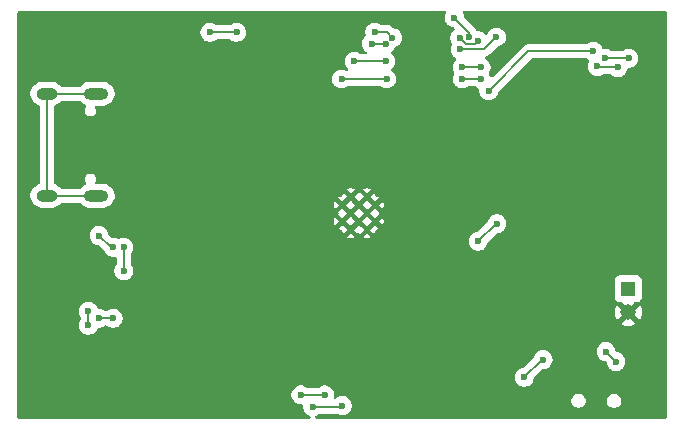
<source format=gbr>
%TF.GenerationSoftware,KiCad,Pcbnew,9.0.6*%
%TF.CreationDate,2025-12-13T17:25:46+11:00*%
%TF.ProjectId,esp32,65737033-322e-46b6-9963-61645f706362,rev?*%
%TF.SameCoordinates,Original*%
%TF.FileFunction,Copper,L2,Bot*%
%TF.FilePolarity,Positive*%
%FSLAX46Y46*%
G04 Gerber Fmt 4.6, Leading zero omitted, Abs format (unit mm)*
G04 Created by KiCad (PCBNEW 9.0.6) date 2025-12-13 17:25:46*
%MOMM*%
%LPD*%
G01*
G04 APERTURE LIST*
%TA.AperFunction,ComponentPad*%
%ADD10R,1.308000X1.308000*%
%TD*%
%TA.AperFunction,ComponentPad*%
%ADD11C,1.308000*%
%TD*%
%TA.AperFunction,ComponentPad*%
%ADD12C,0.400000*%
%TD*%
%TA.AperFunction,ComponentPad*%
%ADD13O,2.100000X1.000000*%
%TD*%
%TA.AperFunction,ComponentPad*%
%ADD14O,1.800000X1.000000*%
%TD*%
%TA.AperFunction,ViaPad*%
%ADD15C,0.600000*%
%TD*%
%TA.AperFunction,Conductor*%
%ADD16C,0.200000*%
%TD*%
G04 APERTURE END LIST*
D10*
%TO.P,J2,1,1*%
%TO.N,VBAT*%
X124712500Y-48500000D03*
D11*
%TO.P,J2,2,2*%
%TO.N,GND*%
X124712500Y-50500000D03*
%TD*%
D12*
%TO.P,U3,41_10*%
%TO.N,GND*%
X102600000Y-43500000D03*
%TO.P,U3,41_11*%
X101200000Y-43500000D03*
%TO.P,U3,41_12*%
X103300000Y-42800000D03*
%TO.P,U3,41_13*%
X101900000Y-42800000D03*
%TO.P,U3,41_14*%
X100500000Y-42800000D03*
%TO.P,U3,41_15*%
X102600000Y-42100000D03*
%TO.P,U3,41_16*%
X101200000Y-42100000D03*
%TO.P,U3,41_17*%
X103300000Y-41400000D03*
%TO.P,U3,41_18*%
X101900000Y-41400000D03*
%TO.P,U3,41_19*%
X100500000Y-41400000D03*
%TO.P,U3,41_20*%
X102600000Y-40700000D03*
%TO.P,U3,41_21*%
X101200000Y-40700000D03*
%TD*%
D13*
%TO.P,J1,SH1,SHELL_GND*%
%TO.N,SHELL_GND*%
X79680000Y-32002500D03*
%TO.P,J1,SH2,SHELL_GND*%
X79680000Y-40642500D03*
D14*
%TO.P,J1,SH3,SHELL_GND*%
X75500000Y-32002500D03*
%TO.P,J1,SH4,SHELL_GND*%
X75500000Y-40642500D03*
%TD*%
D15*
%TO.N,Net-(U1-VCC)*%
X81100000Y-51000000D03*
X82000000Y-45000000D03*
X79900000Y-51000000D03*
X82000000Y-47000000D03*
%TO.N,Net-(U1-BAT)*%
X79000000Y-51600000D03*
X79000000Y-50400000D03*
%TO.N,VBAT*%
X98000000Y-58500000D03*
X117500000Y-54500000D03*
X100500000Y-58400000D03*
X115900000Y-56000000D03*
%TO.N,+3.3V*%
X121750000Y-28400000D03*
X112900000Y-31750000D03*
%TO.N,Net-(U2-VOUT)*%
X97000000Y-57500000D03*
X99000000Y-57500000D03*
%TO.N,PWR_IN*%
X122825735Y-53825735D03*
X123674265Y-54674265D03*
%TO.N,Net-(U3-EN)*%
X112000000Y-44500000D03*
X113600000Y-43000000D03*
%TO.N,GND*%
X81500000Y-33000000D03*
X96900000Y-56000000D03*
X81479485Y-40020515D03*
X98100000Y-56000000D03*
X76500000Y-53000000D03*
%TO.N,SD_D0*%
X104250000Y-30750000D03*
X110650000Y-30750000D03*
X100435000Y-30750000D03*
X112251000Y-30750000D03*
%TO.N,SD_CS*%
X124751243Y-28994534D03*
X122750000Y-29000000D03*
%TO.N,SD_CMD*%
X102975000Y-27750000D03*
X123823897Y-29774632D03*
X110500000Y-28250000D03*
X113549265Y-27200735D03*
X104184313Y-27815687D03*
X122093186Y-29688844D03*
%TO.N,SD_CLK*%
X112251000Y-29750000D03*
X104175000Y-29250000D03*
X110650000Y-29750000D03*
X101500000Y-29250000D03*
%TO.N,Net-(U1-~{STDBY})*%
X79900000Y-44000000D03*
X81100000Y-45000000D03*
%TO.N,USB_D+*%
X111250000Y-27176000D03*
X110000000Y-25575000D03*
%TO.N,USB_D-*%
X104750000Y-27250000D03*
X112000000Y-27500000D03*
X103250000Y-26775000D03*
X110453863Y-27254552D03*
X89292185Y-26792185D03*
X91549265Y-26799265D03*
%TD*%
D16*
%TO.N,Net-(U1-VCC)*%
X79900000Y-51000000D02*
X81100000Y-51000000D01*
X82000000Y-47000000D02*
X82000000Y-45000000D01*
%TO.N,Net-(U1-BAT)*%
X79000000Y-50400000D02*
X79000000Y-51600000D01*
%TO.N,VBAT*%
X100400000Y-58500000D02*
X100500000Y-58400000D01*
X98000000Y-58500000D02*
X100400000Y-58500000D01*
X117400000Y-54500000D02*
X117500000Y-54500000D01*
X115900000Y-56000000D02*
X117400000Y-54500000D01*
%TO.N,+3.3V*%
X112900000Y-31750000D02*
X116250000Y-28400000D01*
X116250000Y-28400000D02*
X121750000Y-28400000D01*
%TO.N,Net-(U2-VOUT)*%
X99000000Y-57500000D02*
X97000000Y-57500000D01*
%TO.N,PWR_IN*%
X123674265Y-54674265D02*
X122825735Y-53825735D01*
%TO.N,Net-(U3-EN)*%
X112000000Y-44500000D02*
X113500000Y-43000000D01*
X113500000Y-43000000D02*
X113600000Y-43000000D01*
%TO.N,GND*%
X81500000Y-33000000D02*
X81500000Y-40000000D01*
X96900000Y-56000000D02*
X98100000Y-56000000D01*
X81500000Y-40000000D02*
X81479485Y-40020515D01*
%TO.N,SHELL_GND*%
X75500000Y-40642500D02*
X79680000Y-40642500D01*
X79680000Y-32002500D02*
X75500000Y-32002500D01*
X75500000Y-32002500D02*
X75500000Y-40642500D01*
%TO.N,SD_D0*%
X110650000Y-30750000D02*
X112251000Y-30750000D01*
X100435000Y-30750000D02*
X104250000Y-30750000D01*
%TO.N,SD_CS*%
X124745777Y-29000000D02*
X124751243Y-28994534D01*
X122750000Y-29000000D02*
X124745777Y-29000000D01*
%TO.N,SD_CMD*%
X122105077Y-29700735D02*
X123750000Y-29700735D01*
X104118626Y-27750000D02*
X104184313Y-27815687D01*
X123750000Y-29700735D02*
X123823897Y-29774632D01*
X112500000Y-28250000D02*
X113549265Y-27200735D01*
X110500000Y-28250000D02*
X112500000Y-28250000D01*
X122093186Y-29688844D02*
X122105077Y-29700735D01*
X102975000Y-27750000D02*
X104118626Y-27750000D01*
%TO.N,SD_CLK*%
X101500000Y-29250000D02*
X104175000Y-29250000D01*
X110650000Y-29750000D02*
X112251000Y-29750000D01*
%TO.N,Net-(U1-~{STDBY})*%
X80900000Y-45000000D02*
X79900000Y-44000000D01*
X81100000Y-45000000D02*
X80900000Y-45000000D01*
%TO.N,USB_D+*%
X111250000Y-27176000D02*
X111250000Y-26825000D01*
X111250000Y-26825000D02*
X110000000Y-25575000D01*
%TO.N,USB_D-*%
X89299265Y-26799265D02*
X91549265Y-26799265D01*
X104275000Y-26775000D02*
X104750000Y-27250000D01*
X103250000Y-26775000D02*
X104275000Y-26775000D01*
X111723000Y-27777000D02*
X110976311Y-27777000D01*
X110976311Y-27777000D02*
X110453863Y-27254552D01*
X112000000Y-27500000D02*
X111723000Y-27777000D01*
X89292185Y-26792185D02*
X89299265Y-26799265D01*
%TD*%
%TA.AperFunction,Conductor*%
%TO.N,GND*%
G36*
X109198878Y-25003363D02*
G01*
X109208962Y-25002097D01*
X109231837Y-25013041D01*
X109256166Y-25020185D01*
X109262820Y-25027864D01*
X109271989Y-25032251D01*
X109285317Y-25053827D01*
X109301921Y-25072989D01*
X109303367Y-25083046D01*
X109308709Y-25091694D01*
X109308256Y-25117050D01*
X109311865Y-25142147D01*
X109307610Y-25153250D01*
X109307462Y-25161553D01*
X109292229Y-25193391D01*
X109290609Y-25195814D01*
X109290602Y-25195827D01*
X109230264Y-25341498D01*
X109230261Y-25341510D01*
X109199500Y-25496153D01*
X109199500Y-25653846D01*
X109230261Y-25808489D01*
X109230264Y-25808501D01*
X109290602Y-25954172D01*
X109290609Y-25954185D01*
X109378210Y-26085288D01*
X109378213Y-26085292D01*
X109489707Y-26196786D01*
X109489711Y-26196789D01*
X109620814Y-26284390D01*
X109620827Y-26284397D01*
X109766498Y-26344735D01*
X109766503Y-26344737D01*
X109831147Y-26357595D01*
X109921849Y-26375638D01*
X109938605Y-26384402D01*
X109957085Y-26388423D01*
X109982123Y-26407167D01*
X109983760Y-26408023D01*
X109985339Y-26409574D01*
X109995562Y-26419797D01*
X110029047Y-26481120D01*
X110024063Y-26550812D01*
X109982191Y-26606745D01*
X109976773Y-26610580D01*
X109943570Y-26632765D01*
X109832076Y-26744259D01*
X109832073Y-26744263D01*
X109744472Y-26875366D01*
X109744465Y-26875379D01*
X109684127Y-27021050D01*
X109684124Y-27021062D01*
X109653363Y-27175705D01*
X109653363Y-27333398D01*
X109684124Y-27488041D01*
X109684127Y-27488053D01*
X109744465Y-27633724D01*
X109744475Y-27633742D01*
X109800714Y-27717910D01*
X109821592Y-27784587D01*
X109803107Y-27851967D01*
X109800718Y-27855685D01*
X109790611Y-27870812D01*
X109790602Y-27870828D01*
X109730264Y-28016498D01*
X109730261Y-28016510D01*
X109699500Y-28171153D01*
X109699500Y-28328846D01*
X109730261Y-28483489D01*
X109730264Y-28483501D01*
X109790602Y-28629172D01*
X109790609Y-28629185D01*
X109878210Y-28760288D01*
X109878213Y-28760292D01*
X109989707Y-28871786D01*
X109989711Y-28871789D01*
X110107712Y-28950635D01*
X110152517Y-29004247D01*
X110161224Y-29073572D01*
X110131070Y-29136599D01*
X110126503Y-29141418D01*
X110028210Y-29239711D01*
X109940609Y-29370814D01*
X109940602Y-29370827D01*
X109880264Y-29516498D01*
X109880261Y-29516510D01*
X109849500Y-29671153D01*
X109849500Y-29828846D01*
X109880261Y-29983489D01*
X109880264Y-29983501D01*
X109940602Y-30129172D01*
X109940609Y-30129185D01*
X109975304Y-30181109D01*
X109996182Y-30247786D01*
X109977698Y-30315167D01*
X109975304Y-30318891D01*
X109940609Y-30370814D01*
X109940602Y-30370827D01*
X109880264Y-30516498D01*
X109880261Y-30516510D01*
X109849500Y-30671153D01*
X109849500Y-30828846D01*
X109880261Y-30983489D01*
X109880264Y-30983501D01*
X109940602Y-31129172D01*
X109940609Y-31129185D01*
X110028210Y-31260288D01*
X110028213Y-31260292D01*
X110139707Y-31371786D01*
X110139711Y-31371789D01*
X110270814Y-31459390D01*
X110270827Y-31459397D01*
X110416498Y-31519735D01*
X110416503Y-31519737D01*
X110524349Y-31541189D01*
X110571153Y-31550499D01*
X110571156Y-31550500D01*
X110571158Y-31550500D01*
X110728844Y-31550500D01*
X110728845Y-31550499D01*
X110883497Y-31519737D01*
X111029179Y-31459394D01*
X111029185Y-31459390D01*
X111160875Y-31371398D01*
X111227553Y-31350520D01*
X111229766Y-31350500D01*
X111671234Y-31350500D01*
X111738273Y-31370185D01*
X111740125Y-31371398D01*
X111871814Y-31459390D01*
X111871827Y-31459397D01*
X111984554Y-31506089D01*
X112017498Y-31519735D01*
X112023131Y-31522068D01*
X112022480Y-31523639D01*
X112074120Y-31557472D01*
X112102584Y-31621281D01*
X112101314Y-31662034D01*
X112099500Y-31671153D01*
X112099500Y-31828846D01*
X112130261Y-31983489D01*
X112130264Y-31983501D01*
X112190602Y-32129172D01*
X112190609Y-32129185D01*
X112278210Y-32260288D01*
X112278213Y-32260292D01*
X112389707Y-32371786D01*
X112389711Y-32371789D01*
X112520814Y-32459390D01*
X112520827Y-32459397D01*
X112666498Y-32519735D01*
X112666503Y-32519737D01*
X112821153Y-32550499D01*
X112821156Y-32550500D01*
X112821158Y-32550500D01*
X112978844Y-32550500D01*
X112978845Y-32550499D01*
X113133497Y-32519737D01*
X113279179Y-32459394D01*
X113410289Y-32371789D01*
X113521789Y-32260289D01*
X113609394Y-32129179D01*
X113669737Y-31983497D01*
X113689113Y-31886085D01*
X113700638Y-31828150D01*
X113733023Y-31766239D01*
X113734518Y-31764716D01*
X116462416Y-29036819D01*
X116523739Y-29003334D01*
X116550097Y-29000500D01*
X121170234Y-29000500D01*
X121188377Y-29005827D01*
X121207286Y-29006165D01*
X121235501Y-29019664D01*
X121237273Y-29020185D01*
X121239124Y-29021398D01*
X121369198Y-29108310D01*
X121414004Y-29161922D01*
X121422711Y-29231247D01*
X121403411Y-29280302D01*
X121383794Y-29309660D01*
X121383788Y-29309671D01*
X121323450Y-29455342D01*
X121323447Y-29455354D01*
X121292686Y-29609997D01*
X121292686Y-29767690D01*
X121323447Y-29922333D01*
X121323450Y-29922345D01*
X121383788Y-30068016D01*
X121383795Y-30068029D01*
X121471396Y-30199132D01*
X121471399Y-30199136D01*
X121582893Y-30310630D01*
X121582897Y-30310633D01*
X121714000Y-30398234D01*
X121714013Y-30398241D01*
X121859684Y-30458579D01*
X121859689Y-30458581D01*
X121987589Y-30484022D01*
X122014339Y-30489343D01*
X122014342Y-30489344D01*
X122014344Y-30489344D01*
X122172030Y-30489344D01*
X122172031Y-30489343D01*
X122326683Y-30458581D01*
X122472365Y-30398238D01*
X122475089Y-30396418D01*
X122586265Y-30322133D01*
X122652943Y-30301255D01*
X122655156Y-30301235D01*
X123167060Y-30301235D01*
X123234099Y-30320920D01*
X123254736Y-30337549D01*
X123288001Y-30370814D01*
X123313609Y-30396422D01*
X123444711Y-30484022D01*
X123444724Y-30484029D01*
X123590395Y-30544367D01*
X123590400Y-30544369D01*
X123731351Y-30572406D01*
X123745050Y-30575131D01*
X123745053Y-30575132D01*
X123745055Y-30575132D01*
X123902741Y-30575132D01*
X123902742Y-30575131D01*
X124057394Y-30544369D01*
X124203076Y-30484026D01*
X124334186Y-30396421D01*
X124445686Y-30284921D01*
X124533291Y-30153811D01*
X124593634Y-30008129D01*
X124606331Y-29944297D01*
X124616169Y-29894842D01*
X124648554Y-29832931D01*
X124709270Y-29798357D01*
X124737786Y-29795034D01*
X124830087Y-29795034D01*
X124830088Y-29795033D01*
X124984740Y-29764271D01*
X125130422Y-29703928D01*
X125261532Y-29616323D01*
X125373032Y-29504823D01*
X125460637Y-29373713D01*
X125461833Y-29370827D01*
X125516142Y-29239711D01*
X125520980Y-29228031D01*
X125551743Y-29073376D01*
X125551743Y-28915692D01*
X125551743Y-28915689D01*
X125551742Y-28915687D01*
X125542819Y-28870827D01*
X125520980Y-28761037D01*
X125512145Y-28739707D01*
X125460640Y-28615361D01*
X125460633Y-28615348D01*
X125373032Y-28484245D01*
X125373029Y-28484241D01*
X125261535Y-28372747D01*
X125261531Y-28372744D01*
X125130428Y-28285143D01*
X125130415Y-28285136D01*
X124984744Y-28224798D01*
X124984732Y-28224795D01*
X124830088Y-28194034D01*
X124830085Y-28194034D01*
X124672401Y-28194034D01*
X124672398Y-28194034D01*
X124517753Y-28224795D01*
X124517741Y-28224798D01*
X124372070Y-28285136D01*
X124372057Y-28285143D01*
X124235889Y-28376129D01*
X124234896Y-28374644D01*
X124178347Y-28398665D01*
X124163985Y-28399500D01*
X123329766Y-28399500D01*
X123262727Y-28379815D01*
X123260875Y-28378602D01*
X123129185Y-28290609D01*
X123129172Y-28290602D01*
X122983501Y-28230264D01*
X122983489Y-28230261D01*
X122828845Y-28199500D01*
X122828842Y-28199500D01*
X122671158Y-28199500D01*
X122643698Y-28204962D01*
X122574106Y-28198733D01*
X122518929Y-28155870D01*
X122504947Y-28130796D01*
X122459397Y-28020827D01*
X122459390Y-28020814D01*
X122371789Y-27889711D01*
X122371786Y-27889707D01*
X122260292Y-27778213D01*
X122260288Y-27778210D01*
X122129185Y-27690609D01*
X122129172Y-27690602D01*
X121983501Y-27630264D01*
X121983489Y-27630261D01*
X121828845Y-27599500D01*
X121828842Y-27599500D01*
X121671158Y-27599500D01*
X121671155Y-27599500D01*
X121516510Y-27630261D01*
X121516498Y-27630264D01*
X121370827Y-27690602D01*
X121370814Y-27690609D01*
X121239125Y-27778602D01*
X121172447Y-27799480D01*
X121170234Y-27799500D01*
X116170941Y-27799500D01*
X116133338Y-27809575D01*
X116133339Y-27809576D01*
X116018214Y-27840423D01*
X116018209Y-27840426D01*
X115881290Y-27919475D01*
X115881282Y-27919481D01*
X113228358Y-30572406D01*
X113167035Y-30605891D01*
X113097343Y-30600907D01*
X113041410Y-30559035D01*
X113022017Y-30520723D01*
X113020735Y-30516498D01*
X112960396Y-30370825D01*
X112960394Y-30370822D01*
X112960394Y-30370821D01*
X112925694Y-30318889D01*
X112904816Y-30252215D01*
X112923300Y-30184835D01*
X112925676Y-30181136D01*
X112960394Y-30129179D01*
X113020737Y-29983497D01*
X113051500Y-29828842D01*
X113051500Y-29671158D01*
X113051500Y-29671155D01*
X113051499Y-29671153D01*
X113043148Y-29629172D01*
X113020737Y-29516503D01*
X113007062Y-29483489D01*
X112960397Y-29370827D01*
X112960390Y-29370814D01*
X112872789Y-29239711D01*
X112872786Y-29239707D01*
X112761292Y-29128213D01*
X112761288Y-29128210D01*
X112640021Y-29047181D01*
X112633639Y-29039544D01*
X112624726Y-29035121D01*
X112611607Y-29013182D01*
X112595216Y-28993568D01*
X112593975Y-28983694D01*
X112588869Y-28975154D01*
X112589694Y-28949604D01*
X112586509Y-28924243D01*
X112590803Y-28915266D01*
X112591125Y-28905321D01*
X112605632Y-28884273D01*
X112616664Y-28861216D01*
X112626186Y-28854453D01*
X112630777Y-28847793D01*
X112647774Y-28839121D01*
X112661069Y-28829680D01*
X112668751Y-28826467D01*
X112731785Y-28809577D01*
X112784435Y-28779179D01*
X112868716Y-28730520D01*
X112980520Y-28618716D01*
X112980520Y-28618714D01*
X112990724Y-28608511D01*
X112990727Y-28608506D01*
X113563930Y-28035305D01*
X113625249Y-28001823D01*
X113627416Y-28001372D01*
X113628105Y-28001235D01*
X113628107Y-28001235D01*
X113782762Y-27970472D01*
X113928444Y-27910129D01*
X114059554Y-27822524D01*
X114171054Y-27711024D01*
X114258659Y-27579914D01*
X114263179Y-27569003D01*
X114284924Y-27516503D01*
X114319002Y-27434232D01*
X114349765Y-27279577D01*
X114349765Y-27121893D01*
X114349765Y-27121890D01*
X114349764Y-27121888D01*
X114332036Y-27032766D01*
X114319002Y-26967238D01*
X114317430Y-26963442D01*
X114258662Y-26821562D01*
X114258655Y-26821549D01*
X114171054Y-26690446D01*
X114171051Y-26690442D01*
X114059557Y-26578948D01*
X114059553Y-26578945D01*
X113928450Y-26491344D01*
X113928437Y-26491337D01*
X113782766Y-26430999D01*
X113782754Y-26430996D01*
X113628110Y-26400235D01*
X113628107Y-26400235D01*
X113470423Y-26400235D01*
X113470420Y-26400235D01*
X113315775Y-26430996D01*
X113315763Y-26430999D01*
X113170092Y-26491337D01*
X113170079Y-26491344D01*
X113038976Y-26578945D01*
X113038972Y-26578948D01*
X112927478Y-26690442D01*
X112927475Y-26690446D01*
X112839874Y-26821549D01*
X112839867Y-26821562D01*
X112797763Y-26923213D01*
X112753922Y-26977617D01*
X112687628Y-26999682D01*
X112619929Y-26982403D01*
X112595521Y-26963442D01*
X112510292Y-26878213D01*
X112510288Y-26878210D01*
X112379185Y-26790609D01*
X112379172Y-26790602D01*
X112233501Y-26730264D01*
X112233489Y-26730261D01*
X112078845Y-26699500D01*
X112078842Y-26699500D01*
X111956941Y-26699500D01*
X111927500Y-26690855D01*
X111897514Y-26684332D01*
X111892498Y-26680577D01*
X111889902Y-26679815D01*
X111869260Y-26663181D01*
X111834290Y-26628211D01*
X111815060Y-26599434D01*
X111813641Y-26600254D01*
X111779203Y-26540606D01*
X111779202Y-26540605D01*
X111779200Y-26540602D01*
X111730520Y-26456284D01*
X111618716Y-26344480D01*
X111618715Y-26344479D01*
X111614385Y-26340149D01*
X111614374Y-26340139D01*
X110834574Y-25560339D01*
X110801089Y-25499016D01*
X110800638Y-25496849D01*
X110769738Y-25341510D01*
X110769737Y-25341503D01*
X110769735Y-25341498D01*
X110709397Y-25195827D01*
X110709390Y-25195814D01*
X110707771Y-25193391D01*
X110707312Y-25191927D01*
X110706521Y-25190446D01*
X110706801Y-25190295D01*
X110686893Y-25126713D01*
X110705378Y-25059333D01*
X110757356Y-25012643D01*
X110810873Y-25000500D01*
X127875500Y-25000500D01*
X127942539Y-25020185D01*
X127988294Y-25072989D01*
X127999500Y-25124500D01*
X127999500Y-59375500D01*
X127979815Y-59442539D01*
X127927011Y-59488294D01*
X127875500Y-59499500D01*
X98302190Y-59499500D01*
X98235151Y-59479815D01*
X98189396Y-59427011D01*
X98179452Y-59357853D01*
X98208477Y-59294297D01*
X98254738Y-59260939D01*
X98379172Y-59209397D01*
X98379172Y-59209396D01*
X98379179Y-59209394D01*
X98392491Y-59200499D01*
X98510875Y-59121398D01*
X98577553Y-59100520D01*
X98579766Y-59100500D01*
X100074684Y-59100500D01*
X100122136Y-59109939D01*
X100149801Y-59121398D01*
X100266503Y-59169737D01*
X100421153Y-59200499D01*
X100421156Y-59200500D01*
X100421158Y-59200500D01*
X100578844Y-59200500D01*
X100578845Y-59200499D01*
X100733497Y-59169737D01*
X100879179Y-59109394D01*
X101010289Y-59021789D01*
X101121789Y-58910289D01*
X101209394Y-58779179D01*
X101269737Y-58633497D01*
X101300500Y-58478842D01*
X101300500Y-58321158D01*
X101300500Y-58321155D01*
X101300499Y-58321153D01*
X101278269Y-58209397D01*
X101269737Y-58166503D01*
X101233515Y-58079055D01*
X101209397Y-58020827D01*
X101209393Y-58020820D01*
X101142658Y-57920943D01*
X119899500Y-57920943D01*
X119899500Y-58079057D01*
X119934425Y-58209397D01*
X119940423Y-58231783D01*
X119940426Y-58231790D01*
X120019475Y-58368709D01*
X120019479Y-58368714D01*
X120019480Y-58368716D01*
X120131284Y-58480520D01*
X120131286Y-58480521D01*
X120131290Y-58480524D01*
X120268209Y-58559573D01*
X120268216Y-58559577D01*
X120420943Y-58600500D01*
X120420945Y-58600500D01*
X120579055Y-58600500D01*
X120579057Y-58600500D01*
X120731784Y-58559577D01*
X120868716Y-58480520D01*
X120980520Y-58368716D01*
X121059577Y-58231784D01*
X121100500Y-58079057D01*
X121100500Y-57920943D01*
X122899500Y-57920943D01*
X122899500Y-58079057D01*
X122934425Y-58209397D01*
X122940423Y-58231783D01*
X122940426Y-58231790D01*
X123019475Y-58368709D01*
X123019479Y-58368714D01*
X123019480Y-58368716D01*
X123131284Y-58480520D01*
X123131286Y-58480521D01*
X123131290Y-58480524D01*
X123268209Y-58559573D01*
X123268216Y-58559577D01*
X123420943Y-58600500D01*
X123420945Y-58600500D01*
X123579055Y-58600500D01*
X123579057Y-58600500D01*
X123731784Y-58559577D01*
X123868716Y-58480520D01*
X123980520Y-58368716D01*
X124059577Y-58231784D01*
X124100500Y-58079057D01*
X124100500Y-57920943D01*
X124059577Y-57768216D01*
X124055664Y-57761438D01*
X123980524Y-57631290D01*
X123980518Y-57631282D01*
X123868717Y-57519481D01*
X123868709Y-57519475D01*
X123731790Y-57440426D01*
X123731786Y-57440424D01*
X123731784Y-57440423D01*
X123579057Y-57399500D01*
X123420943Y-57399500D01*
X123268216Y-57440423D01*
X123268209Y-57440426D01*
X123131290Y-57519475D01*
X123131282Y-57519481D01*
X123019481Y-57631282D01*
X123019475Y-57631290D01*
X122940426Y-57768209D01*
X122940423Y-57768216D01*
X122899500Y-57920943D01*
X121100500Y-57920943D01*
X121059577Y-57768216D01*
X121055664Y-57761438D01*
X120980524Y-57631290D01*
X120980518Y-57631282D01*
X120868717Y-57519481D01*
X120868709Y-57519475D01*
X120731790Y-57440426D01*
X120731786Y-57440424D01*
X120731784Y-57440423D01*
X120579057Y-57399500D01*
X120420943Y-57399500D01*
X120268216Y-57440423D01*
X120268209Y-57440426D01*
X120131290Y-57519475D01*
X120131282Y-57519481D01*
X120019481Y-57631282D01*
X120019475Y-57631290D01*
X119940426Y-57768209D01*
X119940423Y-57768216D01*
X119899500Y-57920943D01*
X101142658Y-57920943D01*
X101128330Y-57899500D01*
X101121789Y-57889710D01*
X101010292Y-57778213D01*
X101010288Y-57778210D01*
X100879185Y-57690609D01*
X100879172Y-57690602D01*
X100733501Y-57630264D01*
X100733489Y-57630261D01*
X100578845Y-57599500D01*
X100578842Y-57599500D01*
X100421158Y-57599500D01*
X100421155Y-57599500D01*
X100266510Y-57630261D01*
X100266498Y-57630264D01*
X100120827Y-57690602D01*
X100120814Y-57690609D01*
X99989711Y-57778210D01*
X99985001Y-57782076D01*
X99983413Y-57780141D01*
X99931674Y-57808359D01*
X99861985Y-57803338D01*
X99806073Y-57761438D01*
X99781690Y-57695960D01*
X99783761Y-57662990D01*
X99800500Y-57578842D01*
X99800500Y-57421158D01*
X99800500Y-57421155D01*
X99800499Y-57421153D01*
X99769738Y-57266510D01*
X99769737Y-57266503D01*
X99769735Y-57266498D01*
X99709397Y-57120827D01*
X99709390Y-57120814D01*
X99621789Y-56989711D01*
X99621786Y-56989707D01*
X99510292Y-56878213D01*
X99510288Y-56878210D01*
X99379185Y-56790609D01*
X99379172Y-56790602D01*
X99233501Y-56730264D01*
X99233489Y-56730261D01*
X99078845Y-56699500D01*
X99078842Y-56699500D01*
X98921158Y-56699500D01*
X98921155Y-56699500D01*
X98766510Y-56730261D01*
X98766498Y-56730264D01*
X98620827Y-56790602D01*
X98620814Y-56790609D01*
X98489125Y-56878602D01*
X98422447Y-56899480D01*
X98420234Y-56899500D01*
X97579766Y-56899500D01*
X97512727Y-56879815D01*
X97510875Y-56878602D01*
X97379185Y-56790609D01*
X97379172Y-56790602D01*
X97233501Y-56730264D01*
X97233489Y-56730261D01*
X97078845Y-56699500D01*
X97078842Y-56699500D01*
X96921158Y-56699500D01*
X96921155Y-56699500D01*
X96766510Y-56730261D01*
X96766498Y-56730264D01*
X96620827Y-56790602D01*
X96620814Y-56790609D01*
X96489711Y-56878210D01*
X96489707Y-56878213D01*
X96378213Y-56989707D01*
X96378210Y-56989711D01*
X96290609Y-57120814D01*
X96290602Y-57120827D01*
X96230264Y-57266498D01*
X96230261Y-57266510D01*
X96199500Y-57421153D01*
X96199500Y-57578846D01*
X96230261Y-57733489D01*
X96230264Y-57733501D01*
X96290602Y-57879172D01*
X96290609Y-57879185D01*
X96378210Y-58010288D01*
X96378213Y-58010292D01*
X96489707Y-58121786D01*
X96489711Y-58121789D01*
X96620814Y-58209390D01*
X96620827Y-58209397D01*
X96766498Y-58269735D01*
X96766503Y-58269737D01*
X96921153Y-58300499D01*
X96921156Y-58300500D01*
X97075500Y-58300500D01*
X97142539Y-58320185D01*
X97188294Y-58372989D01*
X97199500Y-58424500D01*
X97199500Y-58578846D01*
X97230261Y-58733489D01*
X97230264Y-58733501D01*
X97290602Y-58879172D01*
X97290609Y-58879185D01*
X97378210Y-59010288D01*
X97378213Y-59010292D01*
X97489707Y-59121786D01*
X97489711Y-59121789D01*
X97620814Y-59209390D01*
X97620827Y-59209397D01*
X97745262Y-59260939D01*
X97799666Y-59304779D01*
X97821731Y-59371074D01*
X97804452Y-59438773D01*
X97753315Y-59486384D01*
X97697810Y-59499500D01*
X73124500Y-59499500D01*
X73057461Y-59479815D01*
X73011706Y-59427011D01*
X73000500Y-59375500D01*
X73000500Y-55921153D01*
X115099500Y-55921153D01*
X115099500Y-56078846D01*
X115130261Y-56233489D01*
X115130264Y-56233501D01*
X115190602Y-56379172D01*
X115190609Y-56379185D01*
X115278210Y-56510288D01*
X115278213Y-56510292D01*
X115389707Y-56621786D01*
X115389711Y-56621789D01*
X115520814Y-56709390D01*
X115520827Y-56709397D01*
X115666498Y-56769735D01*
X115666503Y-56769737D01*
X115821153Y-56800499D01*
X115821156Y-56800500D01*
X115821158Y-56800500D01*
X115978844Y-56800500D01*
X115978845Y-56800499D01*
X116133497Y-56769737D01*
X116279179Y-56709394D01*
X116410289Y-56621789D01*
X116521789Y-56510289D01*
X116609394Y-56379179D01*
X116669737Y-56233497D01*
X116689113Y-56136085D01*
X116700638Y-56078150D01*
X116733023Y-56016239D01*
X116734518Y-56014716D01*
X117412416Y-55336819D01*
X117473739Y-55303334D01*
X117500097Y-55300500D01*
X117578844Y-55300500D01*
X117578845Y-55300499D01*
X117733497Y-55269737D01*
X117879179Y-55209394D01*
X118010289Y-55121789D01*
X118121789Y-55010289D01*
X118209394Y-54879179D01*
X118269737Y-54733497D01*
X118300500Y-54578842D01*
X118300500Y-54421158D01*
X118300500Y-54421155D01*
X118300499Y-54421153D01*
X118283566Y-54336027D01*
X118269737Y-54266503D01*
X118244226Y-54204914D01*
X118209397Y-54120827D01*
X118209390Y-54120814D01*
X118121789Y-53989711D01*
X118121786Y-53989707D01*
X118010292Y-53878213D01*
X118010288Y-53878210D01*
X117958944Y-53843903D01*
X117879185Y-53790609D01*
X117879172Y-53790602D01*
X117773635Y-53746888D01*
X122025235Y-53746888D01*
X122025235Y-53904581D01*
X122055996Y-54059224D01*
X122055999Y-54059236D01*
X122116337Y-54204907D01*
X122116344Y-54204920D01*
X122203945Y-54336023D01*
X122203948Y-54336027D01*
X122315442Y-54447521D01*
X122315446Y-54447524D01*
X122446549Y-54535125D01*
X122446562Y-54535132D01*
X122592112Y-54595420D01*
X122592238Y-54595472D01*
X122656882Y-54608330D01*
X122747584Y-54626373D01*
X122764340Y-54635137D01*
X122782820Y-54639158D01*
X122807858Y-54657902D01*
X122809495Y-54658758D01*
X122811074Y-54660309D01*
X122839690Y-54688925D01*
X122873175Y-54750248D01*
X122873626Y-54752414D01*
X122904526Y-54907756D01*
X122904529Y-54907766D01*
X122964867Y-55053437D01*
X122964874Y-55053450D01*
X123052475Y-55184553D01*
X123052478Y-55184557D01*
X123163972Y-55296051D01*
X123163976Y-55296054D01*
X123295079Y-55383655D01*
X123295092Y-55383662D01*
X123440763Y-55444000D01*
X123440768Y-55444002D01*
X123595418Y-55474764D01*
X123595421Y-55474765D01*
X123595423Y-55474765D01*
X123753109Y-55474765D01*
X123753110Y-55474764D01*
X123907762Y-55444002D01*
X124053444Y-55383659D01*
X124184554Y-55296054D01*
X124296054Y-55184554D01*
X124383659Y-55053444D01*
X124444002Y-54907762D01*
X124474765Y-54753107D01*
X124474765Y-54595423D01*
X124474765Y-54595420D01*
X124474764Y-54595418D01*
X124462771Y-54535125D01*
X124444002Y-54440768D01*
X124410104Y-54358930D01*
X124383662Y-54295092D01*
X124383655Y-54295079D01*
X124296054Y-54163976D01*
X124296051Y-54163972D01*
X124184557Y-54052478D01*
X124184553Y-54052475D01*
X124053450Y-53964874D01*
X124053437Y-53964867D01*
X123907766Y-53904529D01*
X123907756Y-53904526D01*
X123752416Y-53873627D01*
X123735659Y-53864861D01*
X123717181Y-53860842D01*
X123692142Y-53842097D01*
X123690506Y-53841242D01*
X123688927Y-53839691D01*
X123660308Y-53811072D01*
X123626823Y-53749749D01*
X123626372Y-53747582D01*
X123595473Y-53592245D01*
X123595472Y-53592238D01*
X123595470Y-53592233D01*
X123535132Y-53446562D01*
X123535125Y-53446549D01*
X123447524Y-53315446D01*
X123447521Y-53315442D01*
X123336027Y-53203948D01*
X123336023Y-53203945D01*
X123204920Y-53116344D01*
X123204907Y-53116337D01*
X123059236Y-53055999D01*
X123059224Y-53055996D01*
X122904580Y-53025235D01*
X122904577Y-53025235D01*
X122746893Y-53025235D01*
X122746890Y-53025235D01*
X122592245Y-53055996D01*
X122592233Y-53055999D01*
X122446562Y-53116337D01*
X122446549Y-53116344D01*
X122315446Y-53203945D01*
X122315442Y-53203948D01*
X122203948Y-53315442D01*
X122203945Y-53315446D01*
X122116344Y-53446549D01*
X122116337Y-53446562D01*
X122055999Y-53592233D01*
X122055996Y-53592245D01*
X122025235Y-53746888D01*
X117773635Y-53746888D01*
X117733501Y-53730264D01*
X117733489Y-53730261D01*
X117578845Y-53699500D01*
X117578842Y-53699500D01*
X117421158Y-53699500D01*
X117421155Y-53699500D01*
X117266510Y-53730261D01*
X117266498Y-53730264D01*
X117120827Y-53790602D01*
X117120814Y-53790609D01*
X116989711Y-53878210D01*
X116989707Y-53878213D01*
X116878213Y-53989707D01*
X116878210Y-53989711D01*
X116790609Y-54120814D01*
X116790602Y-54120827D01*
X116730263Y-54266500D01*
X116730261Y-54266507D01*
X116724192Y-54297019D01*
X116691806Y-54358930D01*
X116690256Y-54360507D01*
X115885339Y-55165425D01*
X115824016Y-55198910D01*
X115821850Y-55199361D01*
X115666508Y-55230261D01*
X115666498Y-55230264D01*
X115520827Y-55290602D01*
X115520814Y-55290609D01*
X115389711Y-55378210D01*
X115389707Y-55378213D01*
X115278213Y-55489707D01*
X115278210Y-55489711D01*
X115190609Y-55620814D01*
X115190602Y-55620827D01*
X115130264Y-55766498D01*
X115130261Y-55766510D01*
X115099500Y-55921153D01*
X73000500Y-55921153D01*
X73000500Y-50321153D01*
X78199500Y-50321153D01*
X78199500Y-50478846D01*
X78230261Y-50633489D01*
X78230264Y-50633501D01*
X78290602Y-50779172D01*
X78290609Y-50779185D01*
X78378602Y-50910874D01*
X78384252Y-50928920D01*
X78394477Y-50944830D01*
X78398928Y-50975789D01*
X78399480Y-50977551D01*
X78399500Y-50979765D01*
X78399500Y-51020234D01*
X78379815Y-51087273D01*
X78378602Y-51089125D01*
X78290609Y-51220814D01*
X78290602Y-51220827D01*
X78230264Y-51366498D01*
X78230261Y-51366510D01*
X78199500Y-51521153D01*
X78199500Y-51678846D01*
X78230261Y-51833489D01*
X78230264Y-51833501D01*
X78290602Y-51979172D01*
X78290609Y-51979185D01*
X78378210Y-52110288D01*
X78378213Y-52110292D01*
X78489707Y-52221786D01*
X78489711Y-52221789D01*
X78620814Y-52309390D01*
X78620827Y-52309397D01*
X78766498Y-52369735D01*
X78766503Y-52369737D01*
X78921153Y-52400499D01*
X78921156Y-52400500D01*
X78921158Y-52400500D01*
X79078844Y-52400500D01*
X79078845Y-52400499D01*
X79233497Y-52369737D01*
X79379179Y-52309394D01*
X79510289Y-52221789D01*
X79621789Y-52110289D01*
X79709394Y-51979179D01*
X79751698Y-51877048D01*
X79795538Y-51822644D01*
X79861833Y-51800579D01*
X79866259Y-51800500D01*
X79978844Y-51800500D01*
X79978845Y-51800499D01*
X80133497Y-51769737D01*
X80279179Y-51709394D01*
X80279185Y-51709390D01*
X80410875Y-51621398D01*
X80428921Y-51615747D01*
X80444831Y-51605523D01*
X80475792Y-51601071D01*
X80477553Y-51600520D01*
X80479766Y-51600500D01*
X80520234Y-51600500D01*
X80587273Y-51620185D01*
X80589125Y-51621398D01*
X80720814Y-51709390D01*
X80720827Y-51709397D01*
X80866498Y-51769735D01*
X80866503Y-51769737D01*
X80978004Y-51791916D01*
X81021153Y-51800499D01*
X81021156Y-51800500D01*
X81021158Y-51800500D01*
X81178844Y-51800500D01*
X81178845Y-51800499D01*
X81333497Y-51769737D01*
X81479179Y-51709394D01*
X81610289Y-51621789D01*
X81721789Y-51510289D01*
X81809394Y-51379179D01*
X81869737Y-51233497D01*
X81900500Y-51078842D01*
X81900500Y-50921158D01*
X81900500Y-50921155D01*
X81900499Y-50921153D01*
X81890869Y-50872741D01*
X81869737Y-50766503D01*
X81861081Y-50745606D01*
X81809397Y-50620827D01*
X81809390Y-50620814D01*
X81721789Y-50489711D01*
X81721786Y-50489707D01*
X81610292Y-50378213D01*
X81610288Y-50378210D01*
X81479185Y-50290609D01*
X81479172Y-50290602D01*
X81333501Y-50230264D01*
X81333489Y-50230261D01*
X81178845Y-50199500D01*
X81178842Y-50199500D01*
X81021158Y-50199500D01*
X81021155Y-50199500D01*
X80866510Y-50230261D01*
X80866498Y-50230264D01*
X80720827Y-50290602D01*
X80720814Y-50290609D01*
X80589125Y-50378602D01*
X80571078Y-50384252D01*
X80555169Y-50394477D01*
X80524207Y-50398928D01*
X80522447Y-50399480D01*
X80520234Y-50399500D01*
X80479766Y-50399500D01*
X80412727Y-50379815D01*
X80410875Y-50378602D01*
X80279185Y-50290609D01*
X80279172Y-50290602D01*
X80133501Y-50230264D01*
X80133489Y-50230261D01*
X79978845Y-50199500D01*
X79978842Y-50199500D01*
X79866259Y-50199500D01*
X79799220Y-50179815D01*
X79753465Y-50127011D01*
X79751698Y-50122952D01*
X79709397Y-50020827D01*
X79709390Y-50020814D01*
X79621789Y-49889711D01*
X79621786Y-49889707D01*
X79510292Y-49778213D01*
X79510288Y-49778210D01*
X79379185Y-49690609D01*
X79379172Y-49690602D01*
X79233501Y-49630264D01*
X79233489Y-49630261D01*
X79078845Y-49599500D01*
X79078842Y-49599500D01*
X78921158Y-49599500D01*
X78921155Y-49599500D01*
X78766510Y-49630261D01*
X78766498Y-49630264D01*
X78620827Y-49690602D01*
X78620814Y-49690609D01*
X78489711Y-49778210D01*
X78489707Y-49778213D01*
X78378213Y-49889707D01*
X78378210Y-49889711D01*
X78290609Y-50020814D01*
X78290602Y-50020827D01*
X78230264Y-50166498D01*
X78230261Y-50166510D01*
X78199500Y-50321153D01*
X73000500Y-50321153D01*
X73000500Y-43921153D01*
X79099500Y-43921153D01*
X79099500Y-44078846D01*
X79130261Y-44233489D01*
X79130264Y-44233501D01*
X79190602Y-44379172D01*
X79190609Y-44379185D01*
X79278210Y-44510288D01*
X79278213Y-44510292D01*
X79389707Y-44621786D01*
X79389711Y-44621789D01*
X79520814Y-44709390D01*
X79520827Y-44709397D01*
X79658683Y-44766498D01*
X79666503Y-44769737D01*
X79731147Y-44782595D01*
X79821849Y-44800638D01*
X79883760Y-44833023D01*
X79885339Y-44834574D01*
X80345348Y-45294584D01*
X80372228Y-45334811D01*
X80390606Y-45379179D01*
X80390609Y-45379185D01*
X80478210Y-45510288D01*
X80478213Y-45510292D01*
X80589707Y-45621786D01*
X80589711Y-45621789D01*
X80720814Y-45709390D01*
X80720827Y-45709397D01*
X80866498Y-45769735D01*
X80866503Y-45769737D01*
X81021153Y-45800499D01*
X81021156Y-45800500D01*
X81021158Y-45800500D01*
X81178843Y-45800500D01*
X81194564Y-45797372D01*
X81251309Y-45786085D01*
X81320899Y-45792312D01*
X81376077Y-45835174D01*
X81399322Y-45901063D01*
X81399500Y-45907702D01*
X81399500Y-46420234D01*
X81379815Y-46487273D01*
X81378602Y-46489125D01*
X81290609Y-46620814D01*
X81290602Y-46620827D01*
X81230264Y-46766498D01*
X81230261Y-46766510D01*
X81199500Y-46921153D01*
X81199500Y-47078846D01*
X81230261Y-47233489D01*
X81230264Y-47233501D01*
X81290602Y-47379172D01*
X81290609Y-47379185D01*
X81378210Y-47510288D01*
X81378213Y-47510292D01*
X81489707Y-47621786D01*
X81489711Y-47621789D01*
X81620814Y-47709390D01*
X81620827Y-47709397D01*
X81766498Y-47769735D01*
X81766503Y-47769737D01*
X81921153Y-47800499D01*
X81921156Y-47800500D01*
X81921158Y-47800500D01*
X82078844Y-47800500D01*
X82078845Y-47800499D01*
X82090730Y-47798135D01*
X123558000Y-47798135D01*
X123558000Y-49201870D01*
X123558001Y-49201876D01*
X123564408Y-49261483D01*
X123614702Y-49396328D01*
X123614706Y-49396335D01*
X123700952Y-49511544D01*
X123700955Y-49511547D01*
X123816164Y-49597793D01*
X123816171Y-49597797D01*
X123861118Y-49614561D01*
X123951017Y-49648091D01*
X124010627Y-49654500D01*
X124169193Y-49654499D01*
X124236230Y-49674183D01*
X124256872Y-49690818D01*
X124666054Y-50100000D01*
X124659839Y-50100000D01*
X124558106Y-50127259D01*
X124466894Y-50179920D01*
X124392420Y-50254394D01*
X124339759Y-50345606D01*
X124312500Y-50447339D01*
X124312500Y-50453553D01*
X123737549Y-49878602D01*
X123737548Y-49878603D01*
X123725518Y-49895161D01*
X123725512Y-49895170D01*
X123643048Y-50057015D01*
X123586915Y-50229774D01*
X123558500Y-50409178D01*
X123558500Y-50590821D01*
X123586915Y-50770225D01*
X123643048Y-50942984D01*
X123725512Y-51104830D01*
X123725514Y-51104834D01*
X123737548Y-51121395D01*
X123737549Y-51121396D01*
X124312500Y-50546445D01*
X124312500Y-50552661D01*
X124339759Y-50654394D01*
X124392420Y-50745606D01*
X124466894Y-50820080D01*
X124558106Y-50872741D01*
X124659839Y-50900000D01*
X124666054Y-50900000D01*
X124091102Y-51474949D01*
X124091103Y-51474950D01*
X124107665Y-51486985D01*
X124107679Y-51486993D01*
X124269512Y-51569450D01*
X124442274Y-51625584D01*
X124621679Y-51654000D01*
X124803321Y-51654000D01*
X124982725Y-51625584D01*
X125155484Y-51569451D01*
X125317331Y-51486986D01*
X125333896Y-51474949D01*
X124758947Y-50900000D01*
X124765161Y-50900000D01*
X124866894Y-50872741D01*
X124958106Y-50820080D01*
X125032580Y-50745606D01*
X125085241Y-50654394D01*
X125112500Y-50552661D01*
X125112500Y-50546446D01*
X125687449Y-51121395D01*
X125699486Y-51104831D01*
X125781951Y-50942984D01*
X125838084Y-50770225D01*
X125866500Y-50590821D01*
X125866500Y-50409178D01*
X125838084Y-50229774D01*
X125781950Y-50057012D01*
X125699493Y-49895179D01*
X125699485Y-49895165D01*
X125687450Y-49878603D01*
X125687449Y-49878602D01*
X125112500Y-50453552D01*
X125112500Y-50447339D01*
X125085241Y-50345606D01*
X125032580Y-50254394D01*
X124958106Y-50179920D01*
X124866894Y-50127259D01*
X124765161Y-50100000D01*
X124758947Y-50100000D01*
X125168127Y-49690818D01*
X125229450Y-49657333D01*
X125255806Y-49654499D01*
X125414372Y-49654499D01*
X125473983Y-49648091D01*
X125608831Y-49597796D01*
X125724046Y-49511546D01*
X125810296Y-49396331D01*
X125860591Y-49261483D01*
X125867000Y-49201873D01*
X125866999Y-47798128D01*
X125860591Y-47738517D01*
X125849727Y-47709390D01*
X125810297Y-47603671D01*
X125810293Y-47603664D01*
X125724047Y-47488455D01*
X125724044Y-47488452D01*
X125608835Y-47402206D01*
X125608828Y-47402202D01*
X125473982Y-47351908D01*
X125473983Y-47351908D01*
X125414383Y-47345501D01*
X125414381Y-47345500D01*
X125414373Y-47345500D01*
X125414364Y-47345500D01*
X124010629Y-47345500D01*
X124010623Y-47345501D01*
X123951016Y-47351908D01*
X123816171Y-47402202D01*
X123816164Y-47402206D01*
X123700955Y-47488452D01*
X123700952Y-47488455D01*
X123614706Y-47603664D01*
X123614702Y-47603671D01*
X123564408Y-47738517D01*
X123561052Y-47769737D01*
X123558001Y-47798123D01*
X123558000Y-47798135D01*
X82090730Y-47798135D01*
X82233497Y-47769737D01*
X82379179Y-47709394D01*
X82379185Y-47709390D01*
X82405655Y-47691704D01*
X82459835Y-47655500D01*
X82510289Y-47621789D01*
X82621789Y-47510289D01*
X82709394Y-47379179D01*
X82769737Y-47233497D01*
X82800500Y-47078842D01*
X82800500Y-46921158D01*
X82800500Y-46921155D01*
X82800499Y-46921153D01*
X82769738Y-46766510D01*
X82769737Y-46766503D01*
X82769735Y-46766498D01*
X82709397Y-46620827D01*
X82709390Y-46620814D01*
X82621398Y-46489125D01*
X82600520Y-46422447D01*
X82600500Y-46420234D01*
X82600500Y-45579765D01*
X82620185Y-45512726D01*
X82621398Y-45510874D01*
X82709390Y-45379185D01*
X82709390Y-45379184D01*
X82709394Y-45379179D01*
X82769737Y-45233497D01*
X82800500Y-45078842D01*
X82800500Y-44921158D01*
X82800500Y-44921155D01*
X82800499Y-44921153D01*
X82769738Y-44766510D01*
X82769737Y-44766503D01*
X82709794Y-44621786D01*
X82709397Y-44620827D01*
X82709390Y-44620814D01*
X82621790Y-44489712D01*
X82621784Y-44489705D01*
X82553232Y-44421153D01*
X111199500Y-44421153D01*
X111199500Y-44578846D01*
X111230261Y-44733489D01*
X111230264Y-44733501D01*
X111290602Y-44879172D01*
X111290609Y-44879185D01*
X111378210Y-45010288D01*
X111378213Y-45010292D01*
X111489707Y-45121786D01*
X111489711Y-45121789D01*
X111620814Y-45209390D01*
X111620827Y-45209397D01*
X111766498Y-45269735D01*
X111766503Y-45269737D01*
X111921153Y-45300499D01*
X111921156Y-45300500D01*
X111921158Y-45300500D01*
X112078844Y-45300500D01*
X112078845Y-45300499D01*
X112233497Y-45269737D01*
X112379179Y-45209394D01*
X112510289Y-45121789D01*
X112621789Y-45010289D01*
X112709394Y-44879179D01*
X112769737Y-44733497D01*
X112792151Y-44620814D01*
X112800638Y-44578150D01*
X112833023Y-44516239D01*
X112834518Y-44514716D01*
X113512416Y-43836819D01*
X113573739Y-43803334D01*
X113600097Y-43800500D01*
X113678844Y-43800500D01*
X113678845Y-43800499D01*
X113833497Y-43769737D01*
X113979179Y-43709394D01*
X114110289Y-43621789D01*
X114221789Y-43510289D01*
X114309394Y-43379179D01*
X114369737Y-43233497D01*
X114400500Y-43078842D01*
X114400500Y-42921158D01*
X114400500Y-42921155D01*
X114400499Y-42921153D01*
X114383145Y-42833910D01*
X114369737Y-42766503D01*
X114342191Y-42700000D01*
X114309397Y-42620827D01*
X114309390Y-42620814D01*
X114221789Y-42489711D01*
X114221786Y-42489707D01*
X114110292Y-42378213D01*
X114110288Y-42378210D01*
X113979185Y-42290609D01*
X113979172Y-42290602D01*
X113833501Y-42230264D01*
X113833489Y-42230261D01*
X113678845Y-42199500D01*
X113678842Y-42199500D01*
X113521158Y-42199500D01*
X113521155Y-42199500D01*
X113366510Y-42230261D01*
X113366498Y-42230264D01*
X113220827Y-42290602D01*
X113220814Y-42290609D01*
X113089711Y-42378210D01*
X113089707Y-42378213D01*
X112978213Y-42489707D01*
X112978210Y-42489711D01*
X112890609Y-42620814D01*
X112890602Y-42620827D01*
X112830263Y-42766500D01*
X112830261Y-42766507D01*
X112824192Y-42797019D01*
X112791806Y-42858930D01*
X112790256Y-42860507D01*
X111985339Y-43665425D01*
X111924016Y-43698910D01*
X111921850Y-43699361D01*
X111766508Y-43730261D01*
X111766498Y-43730264D01*
X111620827Y-43790602D01*
X111620814Y-43790609D01*
X111489711Y-43878210D01*
X111489707Y-43878213D01*
X111378213Y-43989707D01*
X111378210Y-43989711D01*
X111290609Y-44120814D01*
X111290602Y-44120827D01*
X111230264Y-44266498D01*
X111230261Y-44266510D01*
X111199500Y-44421153D01*
X82553232Y-44421153D01*
X82510292Y-44378213D01*
X82510288Y-44378210D01*
X82379185Y-44290609D01*
X82379172Y-44290602D01*
X82233501Y-44230264D01*
X82233489Y-44230261D01*
X82078845Y-44199500D01*
X82078842Y-44199500D01*
X81921158Y-44199500D01*
X81921155Y-44199500D01*
X81766510Y-44230261D01*
X81766498Y-44230264D01*
X81620822Y-44290604D01*
X81620820Y-44290605D01*
X81618885Y-44291899D01*
X81617717Y-44292264D01*
X81615451Y-44293476D01*
X81615221Y-44293045D01*
X81552206Y-44312773D01*
X81484827Y-44294285D01*
X81481115Y-44291899D01*
X81479179Y-44290605D01*
X81479177Y-44290604D01*
X81333501Y-44230264D01*
X81333489Y-44230261D01*
X81178845Y-44199500D01*
X81178842Y-44199500D01*
X81021158Y-44199500D01*
X81015096Y-44200097D01*
X81014982Y-44198945D01*
X81010411Y-44200651D01*
X80983503Y-44194797D01*
X80956076Y-44192322D01*
X80948112Y-44187098D01*
X80942138Y-44185799D01*
X80913884Y-44164648D01*
X80867197Y-44117961D01*
X100864880Y-44117961D01*
X100864880Y-44117962D01*
X100868429Y-44120334D01*
X100995813Y-44173097D01*
X100995823Y-44173100D01*
X101131053Y-44200000D01*
X101268946Y-44200000D01*
X101404176Y-44173100D01*
X101404186Y-44173097D01*
X101531570Y-44120334D01*
X101531572Y-44120332D01*
X101535119Y-44117961D01*
X102264880Y-44117961D01*
X102264880Y-44117962D01*
X102268429Y-44120334D01*
X102395813Y-44173097D01*
X102395823Y-44173100D01*
X102531053Y-44200000D01*
X102668946Y-44200000D01*
X102804176Y-44173100D01*
X102804186Y-44173097D01*
X102931570Y-44120334D01*
X102931572Y-44120332D01*
X102935119Y-44117961D01*
X102600001Y-43782842D01*
X102600000Y-43782842D01*
X102264880Y-44117961D01*
X101535119Y-44117961D01*
X101200001Y-43782842D01*
X101200000Y-43782842D01*
X100864880Y-44117961D01*
X80867197Y-44117961D01*
X80734573Y-43985337D01*
X80701088Y-43924014D01*
X80700637Y-43921847D01*
X80683724Y-43836819D01*
X80669737Y-43766503D01*
X80669735Y-43766498D01*
X80609397Y-43620827D01*
X80609390Y-43620814D01*
X80521789Y-43489711D01*
X80521786Y-43489707D01*
X80450040Y-43417961D01*
X100164880Y-43417961D01*
X100164880Y-43417962D01*
X100168429Y-43420334D01*
X100295813Y-43473097D01*
X100295825Y-43473100D01*
X100407299Y-43495274D01*
X100469210Y-43527658D01*
X100503784Y-43588374D01*
X100504725Y-43592699D01*
X100526899Y-43704176D01*
X100526901Y-43704182D01*
X100579668Y-43831573D01*
X100579668Y-43831574D01*
X100582037Y-43835119D01*
X100917157Y-43500000D01*
X100897266Y-43480109D01*
X101100000Y-43480109D01*
X101100000Y-43519891D01*
X101115224Y-43556645D01*
X101143355Y-43584776D01*
X101180109Y-43600000D01*
X101219891Y-43600000D01*
X101256645Y-43584776D01*
X101284776Y-43556645D01*
X101300000Y-43519891D01*
X101300000Y-43499999D01*
X101482842Y-43499999D01*
X101482842Y-43500000D01*
X101817961Y-43835119D01*
X101836824Y-43833263D01*
X101850526Y-43821818D01*
X101919853Y-43813125D01*
X101961597Y-43833107D01*
X101982037Y-43835119D01*
X102317157Y-43500000D01*
X102297266Y-43480109D01*
X102500000Y-43480109D01*
X102500000Y-43519891D01*
X102515224Y-43556645D01*
X102543355Y-43584776D01*
X102580109Y-43600000D01*
X102619891Y-43600000D01*
X102656645Y-43584776D01*
X102684776Y-43556645D01*
X102700000Y-43519891D01*
X102700000Y-43499999D01*
X102882842Y-43499999D01*
X102882842Y-43500000D01*
X103217961Y-43835119D01*
X103220332Y-43831572D01*
X103220334Y-43831570D01*
X103273097Y-43704186D01*
X103273097Y-43704184D01*
X103295273Y-43592700D01*
X103327658Y-43530789D01*
X103388374Y-43496215D01*
X103392700Y-43495273D01*
X103504184Y-43473097D01*
X103504186Y-43473097D01*
X103631570Y-43420334D01*
X103631572Y-43420332D01*
X103635119Y-43417961D01*
X103300001Y-43082842D01*
X103299999Y-43082842D01*
X103137365Y-43245477D01*
X102882842Y-43499999D01*
X102700000Y-43499999D01*
X102700000Y-43480109D01*
X102684776Y-43443355D01*
X102656645Y-43415224D01*
X102619891Y-43400000D01*
X102580109Y-43400000D01*
X102543355Y-43415224D01*
X102515224Y-43443355D01*
X102500000Y-43480109D01*
X102297266Y-43480109D01*
X102062634Y-43245477D01*
X102062632Y-43245474D01*
X101900001Y-43082842D01*
X101899999Y-43082842D01*
X101737365Y-43245477D01*
X101482842Y-43499999D01*
X101300000Y-43499999D01*
X101300000Y-43480109D01*
X101284776Y-43443355D01*
X101256645Y-43415224D01*
X101219891Y-43400000D01*
X101180109Y-43400000D01*
X101143355Y-43415224D01*
X101115224Y-43443355D01*
X101100000Y-43480109D01*
X100897266Y-43480109D01*
X100499999Y-43082842D01*
X100499998Y-43082842D01*
X100164880Y-43417961D01*
X80450040Y-43417961D01*
X80410292Y-43378213D01*
X80410288Y-43378210D01*
X80279185Y-43290609D01*
X80279172Y-43290602D01*
X80133501Y-43230264D01*
X80133489Y-43230261D01*
X79978845Y-43199500D01*
X79978842Y-43199500D01*
X79821158Y-43199500D01*
X79821155Y-43199500D01*
X79666510Y-43230261D01*
X79666498Y-43230264D01*
X79520827Y-43290602D01*
X79520814Y-43290609D01*
X79389711Y-43378210D01*
X79389707Y-43378213D01*
X79278213Y-43489707D01*
X79278210Y-43489711D01*
X79190609Y-43620814D01*
X79190602Y-43620827D01*
X79130264Y-43766498D01*
X79130261Y-43766510D01*
X79099500Y-43921153D01*
X73000500Y-43921153D01*
X73000500Y-42868946D01*
X99799999Y-42868946D01*
X99826899Y-43004176D01*
X99826901Y-43004181D01*
X99879668Y-43131573D01*
X99879668Y-43131574D01*
X99882037Y-43135119D01*
X100217157Y-42800000D01*
X100197266Y-42780109D01*
X100400000Y-42780109D01*
X100400000Y-42819891D01*
X100415224Y-42856645D01*
X100443355Y-42884776D01*
X100480109Y-42900000D01*
X100519891Y-42900000D01*
X100556645Y-42884776D01*
X100584776Y-42856645D01*
X100600000Y-42819891D01*
X100600000Y-42799999D01*
X100782841Y-42799999D01*
X100987025Y-43004181D01*
X100987025Y-43004182D01*
X101200000Y-43217157D01*
X101617157Y-42800000D01*
X101597266Y-42780109D01*
X101800000Y-42780109D01*
X101800000Y-42819891D01*
X101815224Y-42856645D01*
X101843355Y-42884776D01*
X101880109Y-42900000D01*
X101919891Y-42900000D01*
X101956645Y-42884776D01*
X101984776Y-42856645D01*
X102000000Y-42819891D01*
X102000000Y-42799999D01*
X102182842Y-42799999D01*
X102387025Y-43004181D01*
X102387025Y-43004182D01*
X102600000Y-43217157D01*
X103017157Y-42800000D01*
X102997266Y-42780109D01*
X103200000Y-42780109D01*
X103200000Y-42819891D01*
X103215224Y-42856645D01*
X103243355Y-42884776D01*
X103280109Y-42900000D01*
X103319891Y-42900000D01*
X103356645Y-42884776D01*
X103384776Y-42856645D01*
X103400000Y-42819891D01*
X103400000Y-42800000D01*
X103582842Y-42800000D01*
X103917961Y-43135119D01*
X103920332Y-43131572D01*
X103920334Y-43131570D01*
X103973099Y-43004182D01*
X103973100Y-43004176D01*
X104000000Y-42868946D01*
X104000000Y-42731053D01*
X103973100Y-42595823D01*
X103973097Y-42595813D01*
X103920334Y-42468429D01*
X103917961Y-42464880D01*
X103582842Y-42800000D01*
X103400000Y-42800000D01*
X103400000Y-42780109D01*
X103384776Y-42743355D01*
X103356645Y-42715224D01*
X103319891Y-42700000D01*
X103280109Y-42700000D01*
X103243355Y-42715224D01*
X103215224Y-42743355D01*
X103200000Y-42780109D01*
X102997266Y-42780109D01*
X102762634Y-42545477D01*
X102762632Y-42545474D01*
X102600001Y-42382842D01*
X102599999Y-42382842D01*
X102437365Y-42545477D01*
X102182842Y-42799999D01*
X102000000Y-42799999D01*
X102000000Y-42780109D01*
X101984776Y-42743355D01*
X101956645Y-42715224D01*
X101919891Y-42700000D01*
X101880109Y-42700000D01*
X101843355Y-42715224D01*
X101815224Y-42743355D01*
X101800000Y-42780109D01*
X101597266Y-42780109D01*
X101362634Y-42545477D01*
X101362632Y-42545474D01*
X101200001Y-42382842D01*
X101199999Y-42382842D01*
X101037365Y-42545477D01*
X100782841Y-42799999D01*
X100600000Y-42799999D01*
X100600000Y-42780109D01*
X100584776Y-42743355D01*
X100556645Y-42715224D01*
X100519891Y-42700000D01*
X100480109Y-42700000D01*
X100443355Y-42715224D01*
X100415224Y-42743355D01*
X100400000Y-42780109D01*
X100197266Y-42780109D01*
X99882037Y-42464880D01*
X99882036Y-42464880D01*
X99879667Y-42468427D01*
X99879666Y-42468428D01*
X99826902Y-42595813D01*
X99826899Y-42595823D01*
X99800000Y-42731053D01*
X99800000Y-42868946D01*
X99799999Y-42868946D01*
X73000500Y-42868946D01*
X73000500Y-42017961D01*
X100164880Y-42017961D01*
X100166738Y-42036839D01*
X100178167Y-42050517D01*
X100186866Y-42119843D01*
X100185465Y-42127107D01*
X100171641Y-42188798D01*
X100499998Y-42517157D01*
X100499999Y-42517157D01*
X100760883Y-42256274D01*
X100917157Y-42100000D01*
X100897266Y-42080109D01*
X101100000Y-42080109D01*
X101100000Y-42119891D01*
X101115224Y-42156645D01*
X101143355Y-42184776D01*
X101180109Y-42200000D01*
X101219891Y-42200000D01*
X101256645Y-42184776D01*
X101284776Y-42156645D01*
X101300000Y-42119891D01*
X101300000Y-42099999D01*
X101482842Y-42099999D01*
X101482842Y-42100000D01*
X101639102Y-42256260D01*
X101639117Y-42256274D01*
X101900000Y-42517157D01*
X102317157Y-42100000D01*
X102297266Y-42080109D01*
X102500000Y-42080109D01*
X102500000Y-42119891D01*
X102515224Y-42156645D01*
X102543355Y-42184776D01*
X102580109Y-42200000D01*
X102619891Y-42200000D01*
X102656645Y-42184776D01*
X102684776Y-42156645D01*
X102700000Y-42119891D01*
X102700000Y-42099999D01*
X102882842Y-42099999D01*
X102882842Y-42100000D01*
X103039102Y-42256260D01*
X103039117Y-42256274D01*
X103300000Y-42517157D01*
X103300001Y-42517157D01*
X103635119Y-42182037D01*
X103633261Y-42163162D01*
X103621825Y-42149477D01*
X103613122Y-42080151D01*
X103633111Y-42038378D01*
X103635119Y-42017961D01*
X103300001Y-41682842D01*
X103299999Y-41682842D01*
X103137365Y-41845477D01*
X102882842Y-42099999D01*
X102700000Y-42099999D01*
X102700000Y-42080109D01*
X102684776Y-42043355D01*
X102656645Y-42015224D01*
X102619891Y-42000000D01*
X102580109Y-42000000D01*
X102543355Y-42015224D01*
X102515224Y-42043355D01*
X102500000Y-42080109D01*
X102297266Y-42080109D01*
X102062634Y-41845477D01*
X102062632Y-41845474D01*
X101900001Y-41682842D01*
X101899999Y-41682842D01*
X101737365Y-41845477D01*
X101482842Y-42099999D01*
X101300000Y-42099999D01*
X101300000Y-42080109D01*
X101284776Y-42043355D01*
X101256645Y-42015224D01*
X101219891Y-42000000D01*
X101180109Y-42000000D01*
X101143355Y-42015224D01*
X101115224Y-42043355D01*
X101100000Y-42080109D01*
X100897266Y-42080109D01*
X100499999Y-41682842D01*
X100499998Y-41682842D01*
X100164880Y-42017961D01*
X73000500Y-42017961D01*
X73000500Y-32101043D01*
X74099499Y-32101043D01*
X74137947Y-32294329D01*
X74137950Y-32294339D01*
X74213364Y-32476407D01*
X74213371Y-32476420D01*
X74322860Y-32640281D01*
X74322863Y-32640285D01*
X74462214Y-32779636D01*
X74462218Y-32779639D01*
X74626079Y-32889128D01*
X74626092Y-32889135D01*
X74717125Y-32926841D01*
X74808165Y-32964551D01*
X74808176Y-32964553D01*
X74811491Y-32965559D01*
X74813023Y-32966563D01*
X74813793Y-32966882D01*
X74813732Y-32967027D01*
X74869931Y-33003855D01*
X74898390Y-33067666D01*
X74899500Y-33084221D01*
X74899500Y-39560778D01*
X74879815Y-39627817D01*
X74827011Y-39673572D01*
X74811499Y-39679437D01*
X74808167Y-39680447D01*
X74626092Y-39755864D01*
X74626079Y-39755871D01*
X74462218Y-39865360D01*
X74462214Y-39865363D01*
X74322863Y-40004714D01*
X74322860Y-40004718D01*
X74213371Y-40168579D01*
X74213364Y-40168592D01*
X74137950Y-40350660D01*
X74137947Y-40350670D01*
X74099500Y-40543956D01*
X74099500Y-40543959D01*
X74099500Y-40741041D01*
X74099500Y-40741043D01*
X74099499Y-40741043D01*
X74137947Y-40934329D01*
X74137950Y-40934339D01*
X74213364Y-41116407D01*
X74213371Y-41116420D01*
X74322860Y-41280281D01*
X74322863Y-41280285D01*
X74462214Y-41419636D01*
X74462218Y-41419639D01*
X74626079Y-41529128D01*
X74626092Y-41529135D01*
X74807272Y-41604181D01*
X74808165Y-41604551D01*
X74808169Y-41604551D01*
X74808170Y-41604552D01*
X75001456Y-41643000D01*
X75001459Y-41643000D01*
X75998543Y-41643000D01*
X76128582Y-41617132D01*
X76191835Y-41604551D01*
X76373914Y-41529132D01*
X76537782Y-41419639D01*
X76577312Y-41380109D01*
X76678103Y-41279319D01*
X76739426Y-41245834D01*
X76765784Y-41243000D01*
X78264216Y-41243000D01*
X78331255Y-41262685D01*
X78351897Y-41279319D01*
X78492214Y-41419636D01*
X78492218Y-41419639D01*
X78656079Y-41529128D01*
X78656092Y-41529135D01*
X78837272Y-41604181D01*
X78838165Y-41604551D01*
X78838169Y-41604551D01*
X78838170Y-41604552D01*
X79031456Y-41643000D01*
X79031459Y-41643000D01*
X80328543Y-41643000D01*
X80458582Y-41617132D01*
X80521835Y-41604551D01*
X80703914Y-41529132D01*
X80793989Y-41468946D01*
X99799999Y-41468946D01*
X99826899Y-41604176D01*
X99826901Y-41604181D01*
X99879668Y-41731573D01*
X99879668Y-41731574D01*
X99882037Y-41735119D01*
X100217157Y-41400000D01*
X100197266Y-41380109D01*
X100400000Y-41380109D01*
X100400000Y-41419891D01*
X100415224Y-41456645D01*
X100443355Y-41484776D01*
X100480109Y-41500000D01*
X100519891Y-41500000D01*
X100556645Y-41484776D01*
X100584776Y-41456645D01*
X100600000Y-41419891D01*
X100600000Y-41399999D01*
X100782841Y-41399999D01*
X100987025Y-41604181D01*
X100987025Y-41604182D01*
X101200000Y-41817157D01*
X101617157Y-41400000D01*
X101597266Y-41380109D01*
X101800000Y-41380109D01*
X101800000Y-41419891D01*
X101815224Y-41456645D01*
X101843355Y-41484776D01*
X101880109Y-41500000D01*
X101919891Y-41500000D01*
X101956645Y-41484776D01*
X101984776Y-41456645D01*
X102000000Y-41419891D01*
X102000000Y-41399999D01*
X102182841Y-41399999D01*
X102387025Y-41604181D01*
X102387025Y-41604182D01*
X102600000Y-41817157D01*
X103017157Y-41400000D01*
X102997266Y-41380109D01*
X103200000Y-41380109D01*
X103200000Y-41419891D01*
X103215224Y-41456645D01*
X103243355Y-41484776D01*
X103280109Y-41500000D01*
X103319891Y-41500000D01*
X103356645Y-41484776D01*
X103384776Y-41456645D01*
X103400000Y-41419891D01*
X103400000Y-41400000D01*
X103582842Y-41400000D01*
X103917961Y-41735119D01*
X103920332Y-41731572D01*
X103920334Y-41731570D01*
X103973099Y-41604182D01*
X103973100Y-41604176D01*
X104000000Y-41468946D01*
X104000000Y-41331053D01*
X103973100Y-41195823D01*
X103973097Y-41195813D01*
X103920334Y-41068429D01*
X103917961Y-41064880D01*
X103582842Y-41400000D01*
X103400000Y-41400000D01*
X103400000Y-41380109D01*
X103384776Y-41343355D01*
X103356645Y-41315224D01*
X103319891Y-41300000D01*
X103280109Y-41300000D01*
X103243355Y-41315224D01*
X103215224Y-41343355D01*
X103200000Y-41380109D01*
X102997266Y-41380109D01*
X102762634Y-41145477D01*
X102762632Y-41145474D01*
X102600001Y-40982842D01*
X102599999Y-40982842D01*
X102437365Y-41145477D01*
X102182841Y-41399999D01*
X102000000Y-41399999D01*
X102000000Y-41380109D01*
X101984776Y-41343355D01*
X101956645Y-41315224D01*
X101919891Y-41300000D01*
X101880109Y-41300000D01*
X101843355Y-41315224D01*
X101815224Y-41343355D01*
X101800000Y-41380109D01*
X101597266Y-41380109D01*
X101362634Y-41145477D01*
X101362632Y-41145474D01*
X101200001Y-40982842D01*
X101199999Y-40982842D01*
X101037365Y-41145477D01*
X100782841Y-41399999D01*
X100600000Y-41399999D01*
X100600000Y-41380109D01*
X100584776Y-41343355D01*
X100556645Y-41315224D01*
X100519891Y-41300000D01*
X100480109Y-41300000D01*
X100443355Y-41315224D01*
X100415224Y-41343355D01*
X100400000Y-41380109D01*
X100197266Y-41380109D01*
X99882037Y-41064880D01*
X99882036Y-41064880D01*
X99879667Y-41068427D01*
X99879666Y-41068428D01*
X99826902Y-41195813D01*
X99826899Y-41195823D01*
X99800000Y-41331053D01*
X99800000Y-41468946D01*
X99799999Y-41468946D01*
X80793989Y-41468946D01*
X80867782Y-41419639D01*
X81007139Y-41280282D01*
X81116632Y-41116414D01*
X81192051Y-40934335D01*
X81218772Y-40800000D01*
X81222345Y-40782036D01*
X100164880Y-40782036D01*
X100164880Y-40782037D01*
X100499998Y-41117157D01*
X100499999Y-41117157D01*
X100760883Y-40856274D01*
X100917157Y-40699999D01*
X100917157Y-40699998D01*
X100897268Y-40680109D01*
X101100000Y-40680109D01*
X101100000Y-40719891D01*
X101115224Y-40756645D01*
X101143355Y-40784776D01*
X101180109Y-40800000D01*
X101219891Y-40800000D01*
X101256645Y-40784776D01*
X101284776Y-40756645D01*
X101300000Y-40719891D01*
X101300000Y-40699998D01*
X101482842Y-40699998D01*
X101482842Y-40699999D01*
X101900000Y-41117157D01*
X102160883Y-40856274D01*
X102317157Y-40699999D01*
X102317157Y-40699998D01*
X102297268Y-40680109D01*
X102500000Y-40680109D01*
X102500000Y-40719891D01*
X102515224Y-40756645D01*
X102543355Y-40784776D01*
X102580109Y-40800000D01*
X102619891Y-40800000D01*
X102656645Y-40784776D01*
X102684776Y-40756645D01*
X102700000Y-40719891D01*
X102700000Y-40699998D01*
X102882842Y-40699998D01*
X102882842Y-40699999D01*
X103300000Y-41117157D01*
X103300001Y-41117157D01*
X103635119Y-40782037D01*
X103631574Y-40779668D01*
X103504182Y-40726901D01*
X103504176Y-40726899D01*
X103392699Y-40704725D01*
X103330788Y-40672340D01*
X103296214Y-40611624D01*
X103295274Y-40607299D01*
X103273100Y-40495825D01*
X103273097Y-40495813D01*
X103220334Y-40368429D01*
X103217962Y-40364880D01*
X103217961Y-40364880D01*
X102882842Y-40699998D01*
X102700000Y-40699998D01*
X102700000Y-40680109D01*
X102684776Y-40643355D01*
X102656645Y-40615224D01*
X102619891Y-40600000D01*
X102580109Y-40600000D01*
X102543355Y-40615224D01*
X102515224Y-40643355D01*
X102500000Y-40680109D01*
X102297268Y-40680109D01*
X101982037Y-40364880D01*
X101963148Y-40366741D01*
X101949486Y-40378160D01*
X101880161Y-40386869D01*
X101838407Y-40366892D01*
X101817961Y-40364880D01*
X101482842Y-40699998D01*
X101300000Y-40699998D01*
X101300000Y-40680109D01*
X101284776Y-40643355D01*
X101256645Y-40615224D01*
X101219891Y-40600000D01*
X101180109Y-40600000D01*
X101143355Y-40615224D01*
X101115224Y-40643355D01*
X101100000Y-40680109D01*
X100897268Y-40680109D01*
X100582037Y-40364880D01*
X100582036Y-40364880D01*
X100579667Y-40368427D01*
X100579666Y-40368428D01*
X100526902Y-40495813D01*
X100526899Y-40495823D01*
X100504725Y-40607300D01*
X100472340Y-40669211D01*
X100411624Y-40703785D01*
X100407300Y-40704725D01*
X100295823Y-40726899D01*
X100295813Y-40726902D01*
X100168428Y-40779666D01*
X100168427Y-40779667D01*
X100164880Y-40782036D01*
X81222345Y-40782036D01*
X81230500Y-40741043D01*
X81230500Y-40543956D01*
X81192052Y-40350670D01*
X81192051Y-40350669D01*
X81192051Y-40350665D01*
X81116632Y-40168586D01*
X81116629Y-40168581D01*
X81116628Y-40168579D01*
X81058802Y-40082036D01*
X100864880Y-40082036D01*
X100864880Y-40082037D01*
X101200000Y-40417157D01*
X101200001Y-40417157D01*
X101535119Y-40082037D01*
X101535118Y-40082036D01*
X102264880Y-40082036D01*
X102264880Y-40082037D01*
X102600000Y-40417157D01*
X102600001Y-40417157D01*
X102935119Y-40082037D01*
X102931574Y-40079668D01*
X102804182Y-40026901D01*
X102804176Y-40026899D01*
X102668946Y-40000000D01*
X102531054Y-40000000D01*
X102395823Y-40026899D01*
X102395813Y-40026902D01*
X102268428Y-40079666D01*
X102268427Y-40079667D01*
X102264880Y-40082036D01*
X101535118Y-40082036D01*
X101531574Y-40079668D01*
X101404182Y-40026901D01*
X101404176Y-40026899D01*
X101268946Y-40000000D01*
X101131054Y-40000000D01*
X100995823Y-40026899D01*
X100995813Y-40026902D01*
X100868428Y-40079666D01*
X100868427Y-40079667D01*
X100864880Y-40082036D01*
X81058802Y-40082036D01*
X81007139Y-40004718D01*
X81007136Y-40004714D01*
X80867785Y-39865363D01*
X80867781Y-39865360D01*
X80703920Y-39755871D01*
X80703907Y-39755864D01*
X80521839Y-39680450D01*
X80521829Y-39680447D01*
X80328543Y-39642000D01*
X80328541Y-39642000D01*
X79695863Y-39642000D01*
X79628824Y-39622315D01*
X79583069Y-39569511D01*
X79573125Y-39500353D01*
X79588475Y-39456001D01*
X79596295Y-39442455D01*
X79623095Y-39396036D01*
X79655500Y-39275101D01*
X79655500Y-39149899D01*
X79623095Y-39028964D01*
X79560495Y-38920536D01*
X79471964Y-38832005D01*
X79363536Y-38769405D01*
X79363537Y-38769405D01*
X79323224Y-38758603D01*
X79242601Y-38737000D01*
X79117399Y-38737000D01*
X79036775Y-38758603D01*
X78996463Y-38769405D01*
X78888037Y-38832004D01*
X78888034Y-38832006D01*
X78799506Y-38920534D01*
X78799504Y-38920537D01*
X78736905Y-39028963D01*
X78736905Y-39028964D01*
X78704500Y-39149899D01*
X78704500Y-39275101D01*
X78736905Y-39396036D01*
X78799504Y-39504462D01*
X78799506Y-39504465D01*
X78804044Y-39509003D01*
X78837529Y-39570326D01*
X78832545Y-39640018D01*
X78790673Y-39695951D01*
X78763815Y-39711245D01*
X78656092Y-39755864D01*
X78656079Y-39755871D01*
X78492218Y-39865360D01*
X78492214Y-39865363D01*
X78351897Y-40005681D01*
X78290574Y-40039166D01*
X78264216Y-40042000D01*
X76765784Y-40042000D01*
X76698745Y-40022315D01*
X76678103Y-40005681D01*
X76537785Y-39865363D01*
X76537781Y-39865360D01*
X76373920Y-39755871D01*
X76373907Y-39755864D01*
X76191832Y-39680447D01*
X76188501Y-39679437D01*
X76186970Y-39678433D01*
X76186208Y-39678118D01*
X76186267Y-39677973D01*
X76130063Y-39641138D01*
X76101609Y-39577325D01*
X76100500Y-39560778D01*
X76100500Y-33084221D01*
X76120185Y-33017182D01*
X76172989Y-32971427D01*
X76188509Y-32965559D01*
X76191820Y-32964553D01*
X76191835Y-32964551D01*
X76373914Y-32889132D01*
X76537782Y-32779639D01*
X76537785Y-32779636D01*
X76678103Y-32639319D01*
X76739426Y-32605834D01*
X76765784Y-32603000D01*
X78264216Y-32603000D01*
X78331255Y-32622685D01*
X78351897Y-32639319D01*
X78492214Y-32779636D01*
X78492218Y-32779639D01*
X78656079Y-32889128D01*
X78656083Y-32889130D01*
X78656086Y-32889132D01*
X78763818Y-32933756D01*
X78818218Y-32977594D01*
X78840284Y-33043888D01*
X78823005Y-33111587D01*
X78804049Y-33135992D01*
X78799504Y-33140536D01*
X78799504Y-33140537D01*
X78736905Y-33248963D01*
X78736905Y-33248964D01*
X78704500Y-33369899D01*
X78704500Y-33495101D01*
X78736905Y-33616036D01*
X78799505Y-33724464D01*
X78888036Y-33812995D01*
X78996464Y-33875595D01*
X79117399Y-33908000D01*
X79117401Y-33908000D01*
X79242599Y-33908000D01*
X79242601Y-33908000D01*
X79363536Y-33875595D01*
X79471964Y-33812995D01*
X79560495Y-33724464D01*
X79623095Y-33616036D01*
X79655500Y-33495101D01*
X79655500Y-33369899D01*
X79623095Y-33248964D01*
X79588475Y-33188999D01*
X79572004Y-33121098D01*
X79594857Y-33055072D01*
X79649778Y-33011882D01*
X79695863Y-33003000D01*
X80328543Y-33003000D01*
X80510116Y-32966882D01*
X80521835Y-32964551D01*
X80703914Y-32889132D01*
X80867782Y-32779639D01*
X81007139Y-32640282D01*
X81116632Y-32476414D01*
X81192051Y-32294335D01*
X81224903Y-32129179D01*
X81230500Y-32101043D01*
X81230500Y-31903956D01*
X81192052Y-31710670D01*
X81192051Y-31710669D01*
X81192051Y-31710665D01*
X81171908Y-31662034D01*
X81116635Y-31528592D01*
X81116628Y-31528579D01*
X81007139Y-31364718D01*
X81007136Y-31364714D01*
X80867785Y-31225363D01*
X80867781Y-31225360D01*
X80703920Y-31115871D01*
X80703907Y-31115864D01*
X80521839Y-31040450D01*
X80521829Y-31040447D01*
X80328543Y-31002000D01*
X80328541Y-31002000D01*
X79031459Y-31002000D01*
X79031457Y-31002000D01*
X78838170Y-31040447D01*
X78838160Y-31040450D01*
X78656092Y-31115864D01*
X78656079Y-31115871D01*
X78492218Y-31225360D01*
X78492214Y-31225363D01*
X78351897Y-31365681D01*
X78290574Y-31399166D01*
X78264216Y-31402000D01*
X76765784Y-31402000D01*
X76698745Y-31382315D01*
X76678103Y-31365681D01*
X76537785Y-31225363D01*
X76537781Y-31225360D01*
X76373920Y-31115871D01*
X76373907Y-31115864D01*
X76191839Y-31040450D01*
X76191829Y-31040447D01*
X75998543Y-31002000D01*
X75998541Y-31002000D01*
X75001459Y-31002000D01*
X75001457Y-31002000D01*
X74808170Y-31040447D01*
X74808160Y-31040450D01*
X74626092Y-31115864D01*
X74626079Y-31115871D01*
X74462218Y-31225360D01*
X74462214Y-31225363D01*
X74322863Y-31364714D01*
X74322860Y-31364718D01*
X74213371Y-31528579D01*
X74213364Y-31528592D01*
X74137950Y-31710660D01*
X74137947Y-31710670D01*
X74099500Y-31903956D01*
X74099500Y-31903959D01*
X74099500Y-32101041D01*
X74099500Y-32101043D01*
X74099499Y-32101043D01*
X73000500Y-32101043D01*
X73000500Y-30671153D01*
X99634500Y-30671153D01*
X99634500Y-30828846D01*
X99665261Y-30983489D01*
X99665264Y-30983501D01*
X99725602Y-31129172D01*
X99725609Y-31129185D01*
X99813210Y-31260288D01*
X99813213Y-31260292D01*
X99924707Y-31371786D01*
X99924711Y-31371789D01*
X100055814Y-31459390D01*
X100055827Y-31459397D01*
X100201498Y-31519735D01*
X100201503Y-31519737D01*
X100309349Y-31541189D01*
X100356153Y-31550499D01*
X100356156Y-31550500D01*
X100356158Y-31550500D01*
X100513844Y-31550500D01*
X100513845Y-31550499D01*
X100668497Y-31519737D01*
X100814179Y-31459394D01*
X100814185Y-31459390D01*
X100945875Y-31371398D01*
X101012553Y-31350520D01*
X101014766Y-31350500D01*
X103670234Y-31350500D01*
X103737273Y-31370185D01*
X103739125Y-31371398D01*
X103870814Y-31459390D01*
X103870827Y-31459397D01*
X104016498Y-31519735D01*
X104016503Y-31519737D01*
X104124349Y-31541189D01*
X104171153Y-31550499D01*
X104171156Y-31550500D01*
X104171158Y-31550500D01*
X104328844Y-31550500D01*
X104328845Y-31550499D01*
X104483497Y-31519737D01*
X104629179Y-31459394D01*
X104760289Y-31371789D01*
X104871789Y-31260289D01*
X104959394Y-31129179D01*
X105019737Y-30983497D01*
X105050500Y-30828842D01*
X105050500Y-30671158D01*
X105050500Y-30671155D01*
X105050499Y-30671153D01*
X105025280Y-30544369D01*
X105019737Y-30516503D01*
X105019735Y-30516498D01*
X104959397Y-30370827D01*
X104959390Y-30370814D01*
X104871789Y-30239711D01*
X104871786Y-30239707D01*
X104760292Y-30128213D01*
X104760288Y-30128210D01*
X104685211Y-30078045D01*
X104640406Y-30024433D01*
X104631699Y-29955108D01*
X104661853Y-29892080D01*
X104680677Y-29875770D01*
X104680581Y-29875653D01*
X104684967Y-29872053D01*
X104685217Y-29871837D01*
X104685289Y-29871789D01*
X104796789Y-29760289D01*
X104884394Y-29629179D01*
X104944737Y-29483497D01*
X104975500Y-29328842D01*
X104975500Y-29171158D01*
X104975500Y-29171155D01*
X104975499Y-29171153D01*
X104956089Y-29073572D01*
X104944737Y-29016503D01*
X104940315Y-29005827D01*
X104884397Y-28870827D01*
X104884390Y-28870814D01*
X104796789Y-28739711D01*
X104796786Y-28739707D01*
X104681468Y-28624389D01*
X104647983Y-28563066D01*
X104652967Y-28493374D01*
X104690492Y-28440849D01*
X104694604Y-28437474D01*
X104806099Y-28325979D01*
X104806102Y-28325976D01*
X104893707Y-28194866D01*
X104893708Y-28194863D01*
X104893710Y-28194860D01*
X104943019Y-28075815D01*
X104986859Y-28021411D01*
X105010128Y-28008706D01*
X105026746Y-28001823D01*
X105038724Y-27996860D01*
X105129173Y-27959397D01*
X105129176Y-27959395D01*
X105129179Y-27959394D01*
X105260289Y-27871789D01*
X105371789Y-27760289D01*
X105459394Y-27629179D01*
X105519737Y-27483497D01*
X105550500Y-27328842D01*
X105550500Y-27171158D01*
X105550500Y-27171155D01*
X105550499Y-27171153D01*
X105541957Y-27128211D01*
X105519737Y-27016503D01*
X105512770Y-26999682D01*
X105459397Y-26870827D01*
X105459390Y-26870814D01*
X105371789Y-26739711D01*
X105371786Y-26739707D01*
X105260292Y-26628213D01*
X105260288Y-26628210D01*
X105129185Y-26540609D01*
X105129172Y-26540602D01*
X104983501Y-26480264D01*
X104983491Y-26480261D01*
X104828149Y-26449361D01*
X104811392Y-26440595D01*
X104792914Y-26436576D01*
X104767877Y-26417833D01*
X104766238Y-26416976D01*
X104764660Y-26415425D01*
X104762590Y-26413355D01*
X104762588Y-26413352D01*
X104643717Y-26294481D01*
X104643709Y-26294475D01*
X104536551Y-26232608D01*
X104536548Y-26232607D01*
X104506787Y-26215424D01*
X104506786Y-26215423D01*
X104506785Y-26215423D01*
X104354057Y-26174499D01*
X104195943Y-26174499D01*
X104188347Y-26174499D01*
X104188331Y-26174500D01*
X103829766Y-26174500D01*
X103762727Y-26154815D01*
X103760875Y-26153602D01*
X103629185Y-26065609D01*
X103629172Y-26065602D01*
X103483501Y-26005264D01*
X103483489Y-26005261D01*
X103328845Y-25974500D01*
X103328842Y-25974500D01*
X103171158Y-25974500D01*
X103171155Y-25974500D01*
X103016510Y-26005261D01*
X103016498Y-26005264D01*
X102870827Y-26065602D01*
X102870814Y-26065609D01*
X102739711Y-26153210D01*
X102739707Y-26153213D01*
X102628213Y-26264707D01*
X102628210Y-26264711D01*
X102540609Y-26395814D01*
X102540602Y-26395827D01*
X102480264Y-26541498D01*
X102480261Y-26541510D01*
X102449500Y-26696153D01*
X102449500Y-26853846D01*
X102480260Y-27008488D01*
X102482030Y-27014320D01*
X102480072Y-27014914D01*
X102486527Y-27075106D01*
X102455235Y-27137577D01*
X102452184Y-27140737D01*
X102353213Y-27239707D01*
X102353210Y-27239711D01*
X102265609Y-27370814D01*
X102265602Y-27370827D01*
X102205264Y-27516498D01*
X102205261Y-27516510D01*
X102174500Y-27671153D01*
X102174500Y-27828846D01*
X102205261Y-27983489D01*
X102205264Y-27983501D01*
X102265602Y-28129172D01*
X102265609Y-28129185D01*
X102353210Y-28260288D01*
X102353213Y-28260292D01*
X102464707Y-28371786D01*
X102464711Y-28371789D01*
X102540452Y-28422398D01*
X102585257Y-28476010D01*
X102593964Y-28545335D01*
X102563810Y-28608363D01*
X102504366Y-28645082D01*
X102471561Y-28649500D01*
X102079766Y-28649500D01*
X102012727Y-28629815D01*
X102010875Y-28628602D01*
X101879185Y-28540609D01*
X101879172Y-28540602D01*
X101733501Y-28480264D01*
X101733489Y-28480261D01*
X101578845Y-28449500D01*
X101578842Y-28449500D01*
X101421158Y-28449500D01*
X101421155Y-28449500D01*
X101266510Y-28480261D01*
X101266498Y-28480264D01*
X101120827Y-28540602D01*
X101120814Y-28540609D01*
X100989711Y-28628210D01*
X100989707Y-28628213D01*
X100878213Y-28739707D01*
X100878210Y-28739711D01*
X100790609Y-28870814D01*
X100790602Y-28870827D01*
X100730264Y-29016498D01*
X100730261Y-29016510D01*
X100699500Y-29171153D01*
X100699500Y-29328846D01*
X100730261Y-29483489D01*
X100730264Y-29483501D01*
X100790602Y-29629172D01*
X100790609Y-29629185D01*
X100878210Y-29760288D01*
X100878213Y-29760292D01*
X100962835Y-29844914D01*
X100996320Y-29906237D01*
X100991336Y-29975929D01*
X100949464Y-30031862D01*
X100884000Y-30056279D01*
X100819930Y-30042642D01*
X100819808Y-30042937D01*
X100818216Y-30042277D01*
X100816705Y-30041956D01*
X100814174Y-30040603D01*
X100668501Y-29980264D01*
X100668489Y-29980261D01*
X100513845Y-29949500D01*
X100513842Y-29949500D01*
X100356158Y-29949500D01*
X100356155Y-29949500D01*
X100201510Y-29980261D01*
X100201498Y-29980264D01*
X100055827Y-30040602D01*
X100055814Y-30040609D01*
X99924711Y-30128210D01*
X99924707Y-30128213D01*
X99813213Y-30239707D01*
X99813210Y-30239711D01*
X99725609Y-30370814D01*
X99725602Y-30370827D01*
X99665264Y-30516498D01*
X99665261Y-30516510D01*
X99634500Y-30671153D01*
X73000500Y-30671153D01*
X73000500Y-26713338D01*
X88491685Y-26713338D01*
X88491685Y-26871031D01*
X88522446Y-27025674D01*
X88522449Y-27025686D01*
X88582787Y-27171357D01*
X88582794Y-27171370D01*
X88670395Y-27302473D01*
X88670398Y-27302477D01*
X88781892Y-27413971D01*
X88781896Y-27413974D01*
X88912999Y-27501575D01*
X88913012Y-27501582D01*
X89058683Y-27561920D01*
X89058688Y-27561922D01*
X89213338Y-27592684D01*
X89213341Y-27592685D01*
X89213343Y-27592685D01*
X89371029Y-27592685D01*
X89371030Y-27592684D01*
X89525682Y-27561922D01*
X89671364Y-27501579D01*
X89772168Y-27434224D01*
X89792464Y-27420663D01*
X89859142Y-27399785D01*
X89861355Y-27399765D01*
X90969499Y-27399765D01*
X91036538Y-27419450D01*
X91038390Y-27420663D01*
X91170079Y-27508655D01*
X91170092Y-27508662D01*
X91315763Y-27569000D01*
X91315768Y-27569002D01*
X91434825Y-27592684D01*
X91470418Y-27599764D01*
X91470421Y-27599765D01*
X91470423Y-27599765D01*
X91628109Y-27599765D01*
X91628110Y-27599764D01*
X91782762Y-27569002D01*
X91928444Y-27508659D01*
X92059554Y-27421054D01*
X92171054Y-27309554D01*
X92258659Y-27178444D01*
X92259792Y-27175710D01*
X92293586Y-27094121D01*
X92319002Y-27032762D01*
X92349765Y-26878107D01*
X92349765Y-26720423D01*
X92349765Y-26720420D01*
X92349764Y-26720418D01*
X92344937Y-26696153D01*
X92319002Y-26565768D01*
X92283940Y-26481120D01*
X92258662Y-26420092D01*
X92258655Y-26420079D01*
X92171054Y-26288976D01*
X92171051Y-26288972D01*
X92059557Y-26177478D01*
X92059553Y-26177475D01*
X91928450Y-26089874D01*
X91928437Y-26089867D01*
X91782766Y-26029529D01*
X91782754Y-26029526D01*
X91628110Y-25998765D01*
X91628107Y-25998765D01*
X91470423Y-25998765D01*
X91470420Y-25998765D01*
X91315775Y-26029526D01*
X91315763Y-26029529D01*
X91170092Y-26089867D01*
X91170079Y-26089874D01*
X91038390Y-26177867D01*
X90971712Y-26198745D01*
X90969499Y-26198765D01*
X89881410Y-26198765D01*
X89814371Y-26179080D01*
X89802745Y-26170618D01*
X89802474Y-26170395D01*
X89671370Y-26082794D01*
X89671357Y-26082787D01*
X89525686Y-26022449D01*
X89525674Y-26022446D01*
X89371030Y-25991685D01*
X89371027Y-25991685D01*
X89213343Y-25991685D01*
X89213340Y-25991685D01*
X89058695Y-26022446D01*
X89058683Y-26022449D01*
X88913012Y-26082787D01*
X88912999Y-26082794D01*
X88781896Y-26170395D01*
X88781892Y-26170398D01*
X88670398Y-26281892D01*
X88670395Y-26281896D01*
X88582794Y-26412999D01*
X88582787Y-26413012D01*
X88522449Y-26558683D01*
X88522446Y-26558695D01*
X88491685Y-26713338D01*
X73000500Y-26713338D01*
X73000500Y-25124500D01*
X73020185Y-25057461D01*
X73072989Y-25011706D01*
X73124500Y-25000500D01*
X109189127Y-25000500D01*
X109198878Y-25003363D01*
G37*
%TD.AperFunction*%
%TD*%
M02*

</source>
